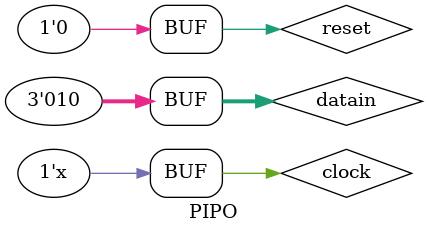
<source format=v>

module parallelin_parallelout ( dout,datain,clock,reset	);

output [2:0]dout;
input [2:0]datain;
input clock, reset;

reg [2:0]int_reg;
reg [2:0]dout;

always @ (posedge clock)
begin
	if (reset)
	begin
		int_reg <= 3'b000;
		int_reg <= datain;
	end
	
	else
	begin
		dout <= datain;
	end
end

endmodule 

module PIPO ();

wire [2:0]dout;
reg [2:0]datain;
reg clock, reset;

parallelin_parallelout PIPO( dout,datain,clock,reset	);

initial
begin
	clock = 0;
	reset = 0;
	#5 reset = 1; datain = 3'b010;
	#3 reset = 0;

end

always
	#5 clock = ~clock;
initial
	$monitor($time, " : clock--%b,datain--%b----->dataout--%b",clock,datain,dout);
endmodule 
</source>
